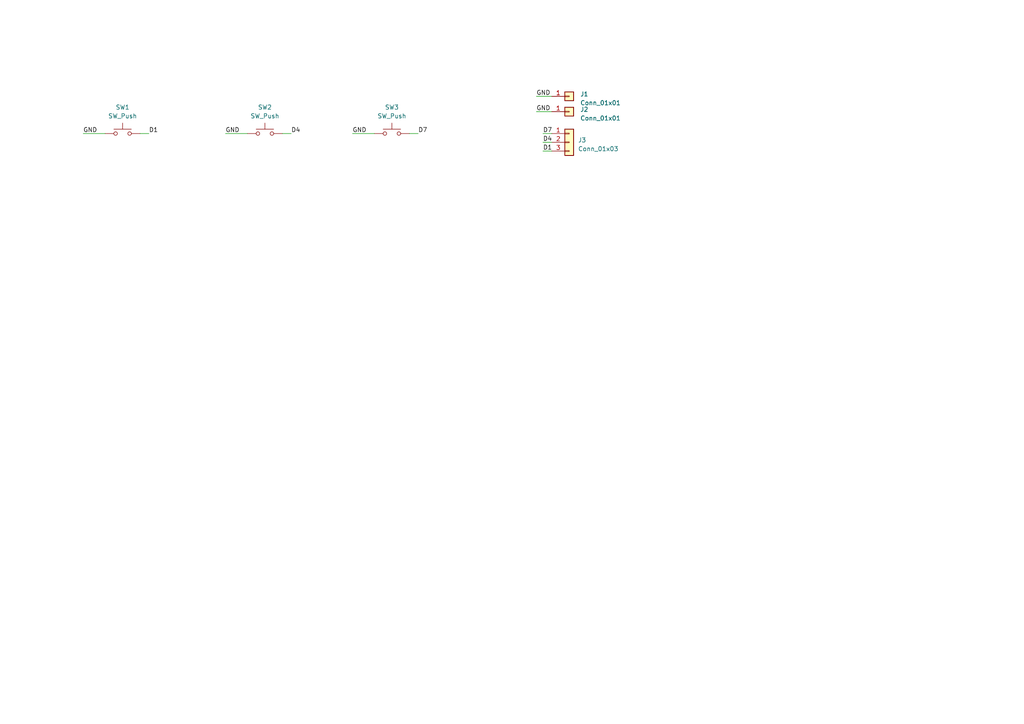
<source format=kicad_sch>
(kicad_sch (version 20230121) (generator eeschema)
  (paper "A4")
  (lib_symbols
    (symbol "Connector_Generic:Conn_01x01" (pin_names (offset 1.016) hide)
      (property "Reference" "J" (at 0 2.54 0))
      (property "Value" "Conn_01x01" (at 0 -2.54 0))
      (symbol "Conn_01x01_1_1"
        (rectangle (start -1.27 0.127) (end 0 -0.127) (stroke (width 0.1524)))
        (rectangle (start -1.27 1.27) (end 1.27 -1.27) (stroke (width 0.254)) (fill (type background)))
        (pin passive line (at -5.08 0 0) (length 3.81) (name "Pin_1") (number "1"))
      )
    )
    (symbol "Connector_Generic:Conn_01x03" (pin_names (offset 1.016) hide)
      (property "Reference" "J" (at 0 5.08 0))
      (property "Value" "Conn_01x03" (at 0 -5.08 0))
      (symbol "Conn_01x03_1_1"
        (rectangle (start -1.27 -2.413) (end 0 -2.667) (stroke (width 0.1524)))
        (rectangle (start -1.27 0.127) (end 0 -0.127) (stroke (width 0.1524)))
        (rectangle (start -1.27 2.667) (end 0 2.413) (stroke (width 0.1524)))
        (rectangle (start -1.27 3.81) (end 1.27 -3.81) (stroke (width 0.254)) (fill (type background)))
        (pin passive line (at -5.08 2.54 0) (length 3.81) (name "Pin_1") (number "1"))
        (pin passive line (at -5.08 0 0) (length 3.81) (name "Pin_2") (number "2"))
        (pin passive line (at -5.08 -2.54 0) (length 3.81) (name "Pin_3") (number "3"))
      )
    )
    (symbol "Switch:SW_Push" (pin_numbers hide) (pin_names (offset 1.016) hide)
      (property "Reference" "SW" (at 1.27 2.54 0))
      (property "Value" "SW_Push" (at 0 -1.524 0))
      (symbol "SW_Push_0_1"
        (circle (center -2.032 0) (radius 0.508))
        (polyline (pts (xy 0 1.27) (xy 0 3.048)))
        (polyline (pts (xy 2.54 1.27) (xy -2.54 1.27)))
        (circle (center 2.032 0) (radius 0.508))
        (pin passive line (at -5.08 0 0) (length 2.54) (name "1") (number "1"))
        (pin passive line (at 5.08 0 180) (length 2.54) (name "2") (number "2"))
      )
    )
  )
  (wire (pts (xy 121.285 38.735) (xy 118.745 38.735)))
  (wire (pts (xy 84.455 38.735) (xy 81.915 38.735)))
  (wire (pts (xy 155.575 32.385) (xy 160.02 32.385)))
  (wire (pts (xy 157.48 38.735) (xy 160.02 38.735)))
  (wire (pts (xy 155.575 27.94) (xy 160.02 27.94)))
  (wire (pts (xy 157.48 41.275) (xy 160.02 41.275)))
  (wire (pts (xy 157.48 43.815) (xy 160.02 43.815)))
  (wire (pts (xy 102.235 38.735) (xy 108.585 38.735)))
  (wire (pts (xy 43.18 38.735) (xy 40.64 38.735)))
  (wire (pts (xy 65.405 38.735) (xy 71.755 38.735)))
  (wire (pts (xy 24.13 38.735) (xy 30.48 38.735)))
  (label "D1" (at 157.48 43.815 0))
  (label "D4" (at 157.48 41.275 0))
  (label "D4" (at 84.455 38.735 0))
  (label "GND" (at 155.575 32.385 0))
  (label "D7" (at 157.48 38.735 0))
  (label "D1" (at 43.18 38.735 0))
  (label "GND" (at 24.13 38.735 0))
  (label "GND" (at 65.405 38.735 0))
  (label "GND" (at 102.235 38.735 0))
  (label "D7" (at 121.285 38.735 0))
  (label "GND" (at 155.575 27.94 0))
  (symbol (lib_id "Switch:SW_Push") (at 76.835 38.735 0) (unit 1)
    (property "Reference" "SW2" (at 76.835 31.115 0))
    (property "Value" "SW_Push" (at 76.835 33.655 0))
    (property "Footprint" "Design:Button" (effects hide))
    (property "Datasheet" "https://datasheet.lcsc.com/lcsc/2210210930_BIWIN-TR12S_C5141768.pdf" (effects hide))
    (property "LCSC#" "C5141768" (effects hide))
    (property "Proveedor" "LCSC" (effects hide))
  )
  (symbol (lib_id "Connector_Generic:Conn_01x01") (at 165.1 32.385 0) (unit 1)
    (property "Reference" "J2" (at 168.275 31.75 0) (effects (justify left)))
    (property "Value" "Conn_01x01" (at 168.275 34.29 0) (effects (justify left)))
    (property "Footprint" "Connector_PinHeader_2.54mm:PinHeader_1x01_P2.54mm_Vertical" (effects hide))
  )
  (symbol (lib_id "Connector_Generic:Conn_01x03") (at 165.1 41.275 0) (unit 1)
    (property "Reference" "J3" (at 167.64 40.64 0) (effects (justify left)))
    (property "Value" "Conn_01x03" (at 167.64 43.18 0) (effects (justify left)))
    (property "Footprint" "Connector_PinHeader_2.54mm:PinHeader_1x03_P2.54mm_Vertical" (effects hide))
  )
  (symbol (lib_id "Connector_Generic:Conn_01x01") (at 165.1 27.94 0) (unit 1)
    (property "Reference" "J1" (at 168.275 27.305 0) (effects (justify left)))
    (property "Value" "Conn_01x01" (at 168.275 29.845 0) (effects (justify left)))
    (property "Footprint" "Connector_PinHeader_2.54mm:PinHeader_1x01_P2.54mm_Vertical" (effects hide))
  )
  (symbol (lib_id "Switch:SW_Push") (at 35.56 38.735 0) (unit 1)
    (property "Reference" "SW1" (at 35.56 31.115 0))
    (property "Value" "SW_Push" (at 35.56 33.655 0))
    (property "Footprint" "Design:Button" (effects hide))
    (property "Datasheet" "https://datasheet.lcsc.com/lcsc/2210210930_BIWIN-TR12S_C5141768.pdf" (effects hide))
    (property "LCSC#" "C5141768" (effects hide))
    (property "Proveedor" "LCSC" (effects hide))
  )
  (symbol (lib_id "Switch:SW_Push") (at 113.665 38.735 0) (unit 1)
    (property "Reference" "SW3" (at 113.665 31.115 0))
    (property "Value" "SW_Push" (at 113.665 33.655 0))
    (property "Footprint" "Design:Button" (effects hide))
    (property "Datasheet" "https://datasheet.lcsc.com/lcsc/2210210930_BIWIN-TR12S_C5141768.pdf" (effects hide))
    (property "LCSC#" "C5141768" (effects hide))
    (property "Proveedor" "LCSC" (effects hide))
  )
)
</source>
